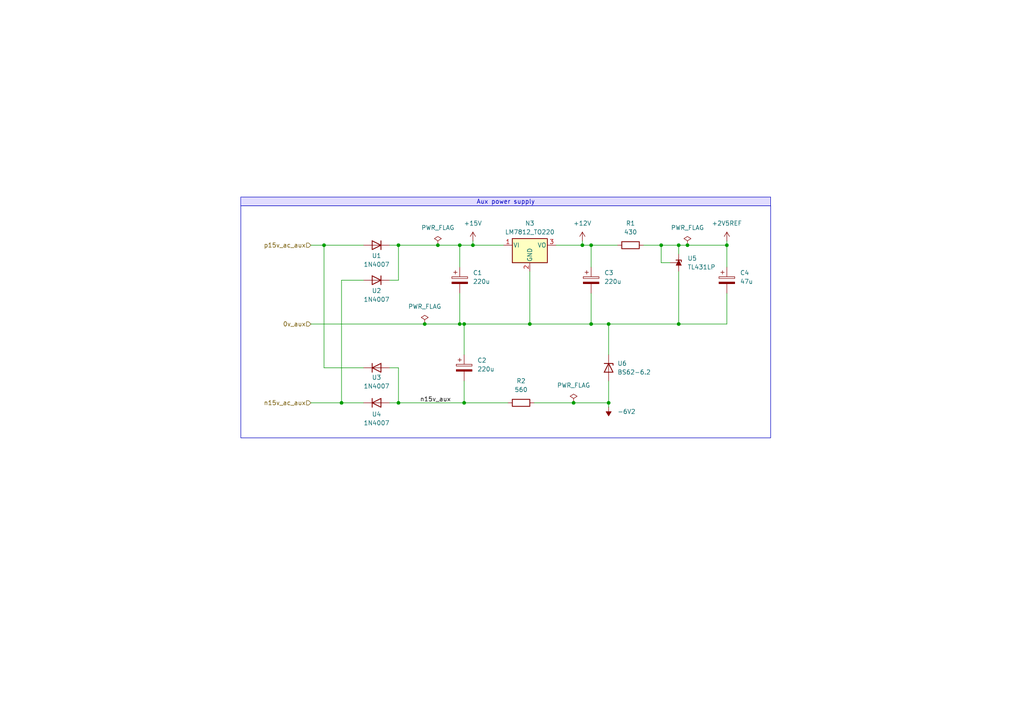
<source format=kicad_sch>
(kicad_sch (version 20250114) (generator "eeschema") (generator_version "9.0")
  (paper "A4")
  (title_block (title "PS23023 Master") (date "2025-12-29") (rev "1.0.0") (comment 1 "Compliant with Velleman’s layout"))
  (lib_symbols
    (symbol "Device:C_Polarized" (pin_numbers (hide yes)) (pin_names (offset 0.254))
      (property "Reference" "C" (at 0.635 2.54 0))
      (property "Value" "C_Polarized" (at 0.635 -2.54 0))
      (symbol "C_Polarized_0_1"
        (rectangle (start -2.286 0.508) (end 2.286 1.016))
        (polyline (pts (xy -1.778 2.286) (xy -0.762 2.286)))
        (polyline (pts (xy -1.27 2.794) (xy -1.27 1.778)))
        (rectangle (start 2.286 -0.508) (end -2.286 -1.016) (fill (type outline)))
      )
      (symbol "C_Polarized_1_1"
        (pin passive line (at 0 3.81 270) (length 2.794) (name "~") (number "1"))
        (pin passive line (at 0 -3.81 90) (length 2.794) (name "~") (number "2"))
      )
    )
    (symbol "Device:D_Zener" (pin_numbers (hide yes)) (pin_names (offset 1.016) (hide yes))
      (property "Reference" "D" (at 0 2.54 0))
      (property "Value" "D_Zener" (at 0 -2.54 0))
      (symbol "D_Zener_0_1"
        (polyline (pts (xy -1.27 -1.27) (xy -1.27 1.27) (xy -0.762 1.27)) (stroke (width 0.254)))
        (polyline (pts (xy 1.27 0) (xy -1.27 0)))
        (polyline (pts (xy 1.27 -1.27) (xy 1.27 1.27) (xy -1.27 0) (xy 1.27 -1.27)) (stroke (width 0.254)))
      )
      (symbol "D_Zener_1_1"
        (pin passive line (at -3.81 0 0) (length 2.54) (name "K") (number "1"))
        (pin passive line (at 3.81 0 180) (length 2.54) (name "A") (number "2"))
      )
    )
    (symbol "Device:R" (pin_numbers (hide yes)) (pin_names (offset 0))
      (property "Reference" "R" (at 2.032 0 90))
      (property "Value" "R" (at 0 0 90))
      (symbol "R_0_1"
        (rectangle (start -1.016 -2.54) (end 1.016 2.54) (stroke (width 0.254)))
      )
      (symbol "R_1_1"
        (pin passive line (at 0 3.81 270) (length 1.27) (name "~") (number "1"))
        (pin passive line (at 0 -3.81 90) (length 1.27) (name "~") (number "2"))
      )
    )
    (symbol "Diode:1N4007" (pin_numbers (hide yes)) (pin_names (hide yes))
      (property "Reference" "D" (at 0 2.54 0))
      (property "Value" "1N4007" (at 0 -2.54 0))
      (symbol "1N4007_0_1"
        (polyline (pts (xy -1.27 1.27) (xy -1.27 -1.27)) (stroke (width 0.254)))
        (polyline (pts (xy 1.27 1.27) (xy 1.27 -1.27) (xy -1.27 0) (xy 1.27 1.27)) (stroke (width 0.254)))
        (polyline (pts (xy 1.27 0) (xy -1.27 0)))
      )
      (symbol "1N4007_1_1"
        (pin passive line (at -3.81 0 0) (length 2.54) (name "K") (number "1"))
        (pin passive line (at 3.81 0 180) (length 2.54) (name "A") (number "2"))
      )
    )
    (symbol "Reference_Voltage:TL431LP" (pin_numbers (hide yes)) (pin_names (hide yes))
      (property "Reference" "U" (at -2.54 2.54 0))
      (property "Value" "TL431LP" (at 0 -2.54 0))
      (symbol "TL431LP_0_1"
        (polyline (pts (xy -1.27 0) (xy 0 0) (xy 1.27 0)))
        (polyline (pts (xy -0.762 -0.762) (xy -0.762 0.762) (xy 0.762 0) (xy -0.762 -0.762)) (fill (type outline)))
        (polyline (pts (xy 0.254 -0.762) (xy 0.762 -0.762) (xy 0.762 0.762) (xy 0.762 0.762)) (stroke (width 0.254)))
      )
      (symbol "TL431LP_1_1"
        (pin passive line (at -2.54 0 0) (length 2.54) (name "A") (number "2"))
        (pin passive line (at 0 2.54 270) (length 2.54) (name "REF") (number "1"))
        (pin passive line (at 2.54 0 180) (length 2.54) (name "K") (number "3"))
      )
    )
    (symbol "Regulator_Linear:LM7812_TO220" (pin_names (offset 0.254))
      (property "Reference" "U" (at -3.81 3.175 0))
      (property "Value" "LM7812_TO220" (at 0 3.175 0))
      (symbol "LM7812_TO220_0_1"
        (rectangle (start -5.08 1.905) (end 5.08 -5.08) (stroke (width 0.254)) (fill (type background)))
      )
      (symbol "LM7812_TO220_1_1"
        (pin power_in line (at -7.62 0 0) (length 2.54) (name "VI") (number "1"))
        (pin power_in line (at 0 -7.62 90) (length 2.54) (name "GND") (number "2"))
        (pin power_out line (at 7.62 0 180) (length 2.54) (name "VO") (number "3"))
      )
    )
    (symbol "power:+12V" (power) (pin_numbers (hide yes)) (pin_names (offset 0) (hide yes))
      (property "Value" "+12V" (at 0 3.556 0))
      (symbol "+12V_0_1"
        (polyline (pts (xy -0.762 1.27) (xy 0 2.54)))
        (polyline (pts (xy 0 2.54) (xy 0.762 1.27)))
        (polyline (pts (xy 0 0) (xy 0 2.54)))
      )
      (symbol "+12V_1_1"
        (pin power_in line (at 0 0 90) (length 0) (name "~") (number "1"))
      )
    )
    (symbol "power:+15V" (power) (pin_numbers (hide yes)) (pin_names (offset 0) (hide yes))
      (property "Value" "+15V" (at 0 3.556 0))
      (symbol "+15V_0_1"
        (polyline (pts (xy -0.762 1.27) (xy 0 2.54)))
        (polyline (pts (xy 0 2.54) (xy 0.762 1.27)))
        (polyline (pts (xy 0 0) (xy 0 2.54)))
      )
      (symbol "+15V_1_1"
        (pin power_in line (at 0 0 90) (length 0) (name "~") (number "1"))
      )
    )
    (symbol "power:+2V5" (power) (pin_numbers (hide yes)) (pin_names (offset 0) (hide yes))
      (property "Value" "+2V5" (at 0 3.556 0))
      (symbol "+2V5_0_1"
        (polyline (pts (xy -0.762 1.27) (xy 0 2.54)))
        (polyline (pts (xy 0 2.54) (xy 0.762 1.27)))
        (polyline (pts (xy 0 0) (xy 0 2.54)))
      )
      (symbol "+2V5_1_1"
        (pin power_in line (at 0 0 90) (length 0) (name "~") (number "1"))
      )
    )
    (symbol "power:-6V" (power) (pin_numbers (hide yes)) (pin_names (offset 0) (hide yes))
      (property "Value" "-6V" (at 0 3.556 0))
      (symbol "-6V_0_0"
        (pin power_in line (at 0 0 90) (length 0) (name "~") (number "1"))
      )
      (symbol "-6V_0_1"
        (polyline (pts (xy 0 0) (xy 0 1.27) (xy 0.762 1.27) (xy 0 2.54) (xy -0.762 1.27) (xy 0 1.27)) (fill (type outline)))
      )
    )
    (symbol "power:PWR_FLAG" (power) (pin_numbers (hide yes)) (pin_names (offset 0) (hide yes))
      (property "Value" "PWR_FLAG" (at 0 3.81 0))
      (symbol "PWR_FLAG_0_0"
        (pin power_out line (at 0 0 90) (length 0) (name "~") (number "1"))
      )
      (symbol "PWR_FLAG_0_1"
        (polyline (pts (xy 0 0) (xy 0 1.27) (xy -1.016 1.905) (xy 0 2.54) (xy 1.016 1.905) (xy 0 1.27)))
      )
    )
  )
  (rectangle (start 69.85 59.69) (end 223.52 127))
  (text_box "Aux power supply" (at 69.85 57.15 0) (size 153.67 2.54) (margins 0.9525 0.9525 0.9525 0.9525) (fill (type color) (color 226 221 255 1)) (effects (font (size 1.27 1.27))))
  (junction (at 199.39 71.12))
  (junction (at 133.35 71.12))
  (junction (at 171.45 71.12))
  (junction (at 123.19 93.98))
  (junction (at 134.62 93.98))
  (junction (at 137.16 71.12))
  (junction (at 196.85 71.12))
  (junction (at 127 71.12))
  (junction (at 171.45 93.98))
  (junction (at 191.77 71.12))
  (junction (at 153.67 93.98))
  (junction (at 176.53 116.84))
  (junction (at 176.53 93.98))
  (junction (at 134.62 116.84))
  (junction (at 196.85 93.98))
  (junction (at 115.57 71.12))
  (junction (at 115.57 116.84))
  (junction (at 93.98 71.12))
  (junction (at 99.06 116.84))
  (junction (at 210.82 71.12))
  (junction (at 168.91 71.12))
  (junction (at 166.37 116.84))
  (junction (at 133.35 93.98))
  (wire (pts (xy 176.53 116.84) (xy 176.53 110.49)))
  (wire (pts (xy 194.31 76.2) (xy 191.77 76.2)))
  (wire (pts (xy 153.67 93.98) (xy 171.45 93.98)))
  (wire (pts (xy 133.35 77.47) (xy 133.35 71.12)))
  (wire (pts (xy 210.82 69.85) (xy 210.82 71.12)))
  (wire (pts (xy 199.39 71.12) (xy 196.85 71.12)))
  (wire (pts (xy 210.82 93.98) (xy 196.85 93.98)))
  (wire (pts (xy 115.57 71.12) (xy 115.57 81.28)))
  (wire (pts (xy 133.35 71.12) (xy 127 71.12)))
  (wire (pts (xy 127 71.12) (xy 115.57 71.12)))
  (wire (pts (xy 171.45 71.12) (xy 179.07 71.12)))
  (wire (pts (xy 168.91 69.85) (xy 168.91 71.12)))
  (wire (pts (xy 123.19 93.98) (xy 133.35 93.98)))
  (wire (pts (xy 196.85 78.74) (xy 196.85 93.98)))
  (wire (pts (xy 90.17 93.98) (xy 123.19 93.98)))
  (wire (pts (xy 191.77 76.2) (xy 191.77 71.12)))
  (wire (pts (xy 134.62 93.98) (xy 134.62 102.87)))
  (wire (pts (xy 137.16 69.85) (xy 137.16 71.12)))
  (wire (pts (xy 210.82 77.47) (xy 210.82 71.12)))
  (wire (pts (xy 153.67 78.74) (xy 153.67 93.98)))
  (wire (pts (xy 90.17 116.84) (xy 99.06 116.84)))
  (wire (pts (xy 99.06 81.28) (xy 105.41 81.28)))
  (wire (pts (xy 154.94 116.84) (xy 166.37 116.84)))
  (wire (pts (xy 210.82 71.12) (xy 199.39 71.12)))
  (wire (pts (xy 134.62 116.84) (xy 147.32 116.84)))
  (wire (pts (xy 176.53 93.98) (xy 196.85 93.98)))
  (wire (pts (xy 113.03 81.28) (xy 115.57 81.28)))
  (wire (pts (xy 113.03 106.68) (xy 115.57 106.68)))
  (wire (pts (xy 176.53 93.98) (xy 171.45 93.98)))
  (wire (pts (xy 99.06 116.84) (xy 105.41 116.84)))
  (wire (pts (xy 134.62 93.98) (xy 133.35 93.98)))
  (wire (pts (xy 171.45 77.47) (xy 171.45 71.12)))
  (wire (pts (xy 196.85 71.12) (xy 191.77 71.12)))
  (wire (pts (xy 133.35 71.12) (xy 137.16 71.12)))
  (wire (pts (xy 90.17 71.12) (xy 93.98 71.12)))
  (wire (pts (xy 93.98 71.12) (xy 93.98 106.68)))
  (wire (pts (xy 113.03 116.84) (xy 115.57 116.84)))
  (wire (pts (xy 134.62 116.84) (xy 115.57 116.84)))
  (wire (pts (xy 113.03 71.12) (xy 115.57 71.12)))
  (wire (pts (xy 134.62 110.49) (xy 134.62 116.84)))
  (wire (pts (xy 115.57 106.68) (xy 115.57 116.84)))
  (wire (pts (xy 161.29 71.12) (xy 168.91 71.12)))
  (wire (pts (xy 137.16 71.12) (xy 146.05 71.12)))
  (wire (pts (xy 210.82 85.09) (xy 210.82 93.98)))
  (wire (pts (xy 171.45 85.09) (xy 171.45 93.98)))
  (wire (pts (xy 153.67 93.98) (xy 134.62 93.98)))
  (wire (pts (xy 93.98 71.12) (xy 105.41 71.12)))
  (wire (pts (xy 196.85 73.66) (xy 196.85 71.12)))
  (wire (pts (xy 133.35 93.98) (xy 133.35 85.09)))
  (wire (pts (xy 99.06 81.28) (xy 99.06 116.84)))
  (wire (pts (xy 176.53 93.98) (xy 176.53 102.87)))
  (wire (pts (xy 191.77 71.12) (xy 186.69 71.12)))
  (wire (pts (xy 166.37 116.84) (xy 176.53 116.84)))
  (wire (pts (xy 93.98 106.68) (xy 105.41 106.68)))
  (wire (pts (xy 168.91 71.12) (xy 171.45 71.12)))
  (wire (pts (xy 176.53 116.84) (xy 176.53 118.11)))
  (label "n15v_aux" (at 130.81 116.84 180))
  (hierarchical_label "n15v_ac_aux" (shape input) (at 90.17 116.84 180))
  (hierarchical_label "0v_aux" (shape input) (at 90.17 93.98 180))
  (hierarchical_label "p15v_ac_aux" (shape input) (at 90.17 71.12 180))
  (symbol (lib_id "Diode:1N4007") (at 109.22 81.28 0) (mirror y) (unit 1)
    (property "Reference" "U2" (at 109.22 84.328 0))
    (property "Value" "1N4007" (at 109.22 86.868 0))
    (property "Footprint" "Diode_THT:D_DO-41_SOD81_P10.16mm_Horizontal" (effects (hide yes)))
    (property "Datasheet" "http://www.vishay.com/docs/88503/1n4001.pdf" (effects (hide yes)))
    (property "Description" "1000V 1A General Purpose Rectifier Diode, DO-41" (effects (hide yes)))
    (property "Sim.Device" "D" (effects (hide yes)))
    (property "Sim.Pins" "1=K 2=A" (effects (hide yes)))
  )
  (symbol (lib_id "power:+2V5") (at 210.82 69.85 0) (unit 1)
    (property "Reference" "#PWR024" (effects (hide yes)))
    (property "Value" "+2V5REF" (at 210.82 64.77 0))
    (property "Description" "Power symbol creates a global label with name \"+2V5\"" (effects (hide yes)))
  )
  (symbol (lib_id "Device:R") (at 182.88 71.12 90) (unit 1)
    (property "Reference" "R1" (at 182.88 64.77 90))
    (property "Value" "430" (at 182.88 67.31 90))
    (property "Description" "Resistor" (effects (hide yes)))
  )
  (symbol (lib_id "Diode:1N4007") (at 109.22 106.68 0) (unit 1)
    (property "Reference" "U3" (at 109.22 109.474 0))
    (property "Value" "1N4007" (at 109.22 112.014 0))
    (property "Footprint" "Diode_THT:D_DO-41_SOD81_P10.16mm_Horizontal" (effects (hide yes)))
    (property "Datasheet" "http://www.vishay.com/docs/88503/1n4001.pdf" (effects (hide yes)))
    (property "Description" "1000V 1A General Purpose Rectifier Diode, DO-41" (effects (hide yes)))
    (property "Sim.Device" "D" (effects (hide yes)))
    (property "Sim.Pins" "1=K 2=A" (effects (hide yes)))
  )
  (symbol (lib_id "Diode:1N4007") (at 109.22 116.84 0) (unit 1)
    (property "Reference" "U4" (at 109.22 120.142 0))
    (property "Value" "1N4007" (at 109.22 122.682 0))
    (property "Footprint" "Diode_THT:D_DO-41_SOD81_P10.16mm_Horizontal" (effects (hide yes)))
    (property "Datasheet" "http://www.vishay.com/docs/88503/1n4001.pdf" (effects (hide yes)))
    (property "Description" "1000V 1A General Purpose Rectifier Diode, DO-41" (effects (hide yes)))
    (property "Sim.Device" "D" (effects (hide yes)))
    (property "Sim.Pins" "1=K 2=A" (effects (hide yes)))
  )
  (symbol (lib_id "Device:C_Polarized") (at 210.82 81.28 0) (unit 1)
    (property "Reference" "C4" (at 214.63 79.1209 0) (effects (justify left)))
    (property "Value" "47u" (at 214.63 81.6609 0) (effects (justify left)))
    (property "Description" "Polarized capacitor" (effects (hide yes)))
  )
  (symbol (lib_id "Regulator_Linear:LM7812_TO220") (at 153.67 71.12 0) (unit 1)
    (property "Reference" "N3" (at 153.67 64.77 0))
    (property "Value" "LM7812_TO220" (at 153.67 67.31 0))
    (property "Footprint" "Package_TO_SOT_THT:TO-220-3_Vertical" (effects (hide yes)))
    (property "Datasheet" "https://www.onsemi.cn/PowerSolutions/document/MC7800-D.PDF" (effects (hide yes)))
    (property "Description" "Positive 1A 35V Linear Regulator, Fixed Output 12V, TO-220" (effects (hide yes)))
  )
  (symbol (lib_id "power:-6V") (at 176.53 118.11 180) (unit 1)
    (property "Reference" "#PWR04" (effects (hide yes)))
    (property "Value" "-6V2" (at 179.07 119.3799 0) (effects (justify right)))
    (property "Description" "Power symbol creates a global label with name \"-6V\"" (effects (hide yes)))
  )
  (symbol (lib_id "power:PWR_FLAG") (at 127 71.12 0) (unit 1)
    (property "Reference" "#FLG02" (effects (hide yes)))
    (property "Value" "PWR_FLAG" (at 127 66.04 0))
    (property "Description" "Special symbol for telling ERC where power comes from" (effects (hide yes)))
  )
  (symbol (lib_id "Device:D_Zener") (at 176.53 106.68 270) (unit 1)
    (property "Reference" "U6" (at 179.07 105.4099 90) (effects (justify left)))
    (property "Value" "BS62-6.2" (at 179.07 107.9499 90) (effects (justify left)))
    (property "Description" "Zener diode" (effects (hide yes)))
  )
  (symbol (lib_id "Device:R") (at 151.13 116.84 90) (unit 1)
    (property "Reference" "R2" (at 151.13 110.49 90))
    (property "Value" "560" (at 151.13 113.03 90))
    (property "Description" "Resistor" (effects (hide yes)))
  )
  (symbol (lib_id "Device:C_Polarized") (at 133.35 81.28 0) (unit 1)
    (property "Reference" "C1" (at 137.16 79.1209 0) (effects (justify left)))
    (property "Value" "220u" (at 137.16 81.6609 0) (effects (justify left)))
    (property "Description" "Polarized capacitor" (effects (hide yes)))
  )
  (symbol (lib_id "Device:C_Polarized") (at 134.62 106.68 0) (unit 1)
    (property "Reference" "C2" (at 138.43 104.5209 0) (effects (justify left)))
    (property "Value" "220u" (at 138.43 107.0609 0) (effects (justify left)))
    (property "Description" "Polarized capacitor" (effects (hide yes)))
  )
  (symbol (lib_id "Reference_Voltage:TL431LP") (at 196.85 76.2 90) (unit 1)
    (property "Reference" "U5" (at 199.39 74.9299 90) (effects (justify right)))
    (property "Value" "TL431LP" (at 199.39 77.4699 90) (effects (justify right)))
    (property "Footprint" "Package_TO_SOT_THT:TO-92_Inline" (effects (hide yes)))
    (property "Datasheet" "http://www.ti.com/lit/ds/symlink/tl431.pdf" (effects (hide yes)))
    (property "Description" "Shunt Regulator, TO-92" (effects (hide yes)))
  )
  (symbol (lib_id "power:PWR_FLAG") (at 166.37 116.84 0) (unit 1)
    (property "Reference" "#FLG04" (effects (hide yes)))
    (property "Value" "PWR_FLAG" (at 166.37 111.76 0))
    (property "Description" "Special symbol for telling ERC where power comes from" (effects (hide yes)))
  )
  (symbol (lib_id "Device:C_Polarized") (at 171.45 81.28 0) (unit 1)
    (property "Reference" "C3" (at 175.26 79.1209 0) (effects (justify left)))
    (property "Value" "220u" (at 175.26 81.6609 0) (effects (justify left)))
    (property "Description" "Polarized capacitor" (effects (hide yes)))
  )
  (symbol (lib_id "Diode:1N4007") (at 109.22 71.12 0) (mirror y) (unit 1)
    (property "Reference" "U1" (at 109.22 74.168 0))
    (property "Value" "1N4007" (at 109.22 76.708 0))
    (property "Footprint" "Diode_THT:D_DO-41_SOD81_P10.16mm_Horizontal" (effects (hide yes)))
    (property "Datasheet" "http://www.vishay.com/docs/88503/1n4001.pdf" (effects (hide yes)))
    (property "Description" "1000V 1A General Purpose Rectifier Diode, DO-41" (effects (hide yes)))
    (property "Sim.Device" "D" (effects (hide yes)))
    (property "Sim.Pins" "1=K 2=A" (effects (hide yes)))
  )
  (symbol (lib_id "power:+15V") (at 137.16 69.85 0) (unit 1)
    (property "Reference" "#PWR02" (effects (hide yes)))
    (property "Value" "+15V" (at 137.16 64.77 0))
    (property "Description" "Power symbol creates a global label with name \"+15V\"" (effects (hide yes)))
  )
  (symbol (lib_id "power:PWR_FLAG") (at 199.39 71.12 0) (unit 1)
    (property "Reference" "#FLG05" (effects (hide yes)))
    (property "Value" "PWR_FLAG" (at 199.39 66.04 0))
    (property "Description" "Special symbol for telling ERC where power comes from" (effects (hide yes)))
  )
  (symbol (lib_id "power:PWR_FLAG") (at 123.19 93.98 0) (unit 1)
    (property "Reference" "#FLG03" (effects (hide yes)))
    (property "Value" "PWR_FLAG" (at 123.19 88.9 0))
    (property "Description" "Special symbol for telling ERC where power comes from" (effects (hide yes)))
  )
  (symbol (lib_id "power:+12V") (at 168.91 69.85 0) (unit 1)
    (property "Reference" "#PWR05" (effects (hide yes)))
    (property "Value" "+12V" (at 168.91 64.77 0))
    (property "Description" "Power symbol creates a global label with name \"+12V\"" (effects (hide yes)))
  )
)
</source>
